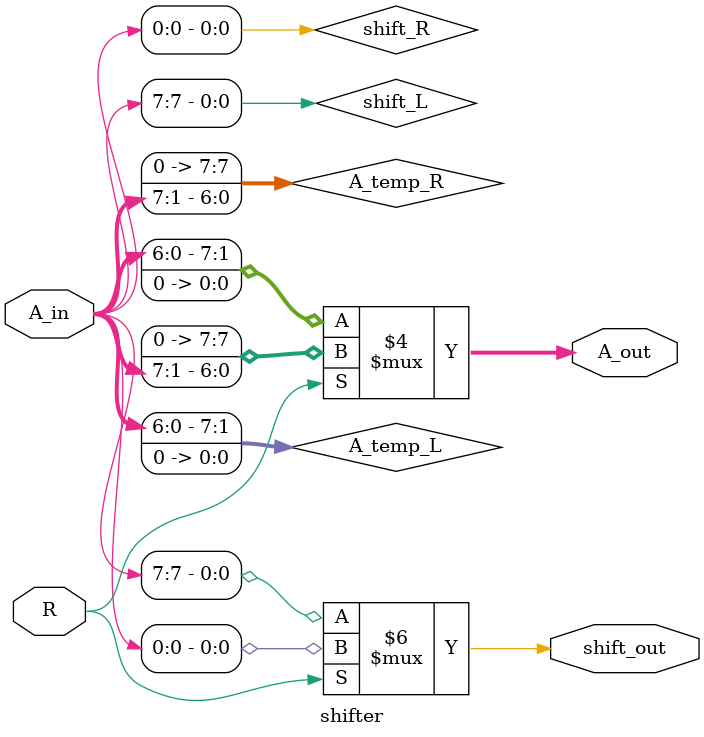
<source format=v>
module shifter(R, shift_out, A_in, A_out);
	input R;
	input [7:0] A_in;
	output shift_out;
	output [7:0] A_out;
	
	wire [7:0] A_temp_L, A_temp_R;
	wire shift_L, shift_R;
	assign shift_L= A_in[7];
	assign shift_R= A_in[0];
	assign A_temp_L= A_in<<1;
	assign A_temp_R = A_in>>1;
	assign A_out= (R==1'b1)? A_temp_R: A_temp_L;
	assign shift_out = (R==1'b1)? shift_R: shift_L;
endmodule

</source>
